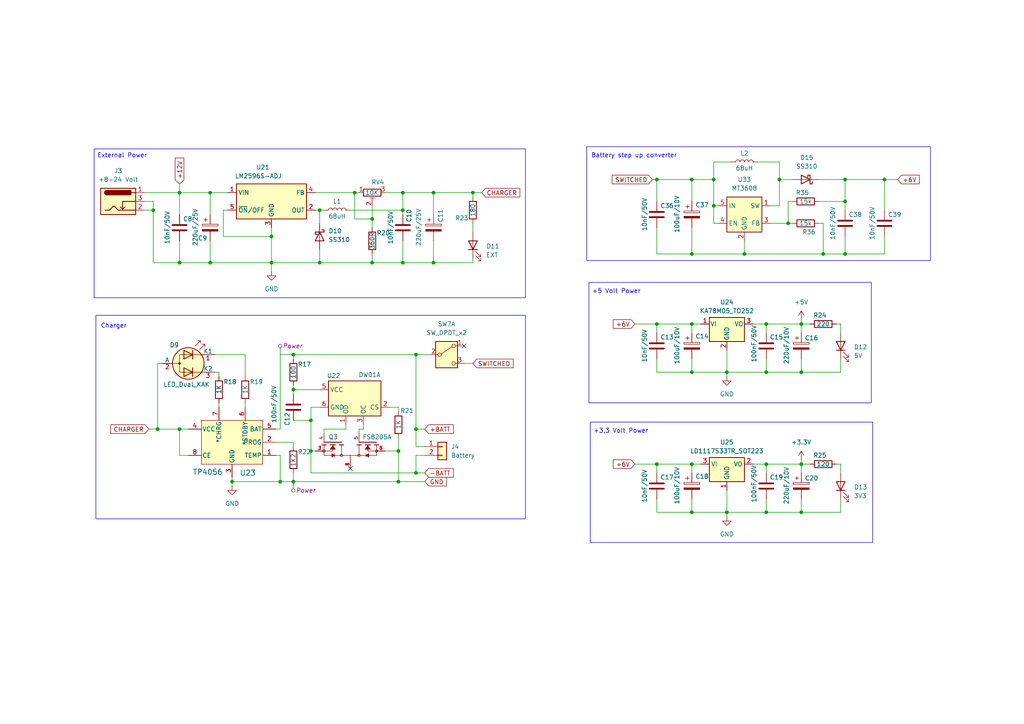
<source format=kicad_sch>
(kicad_sch (version 20231120) (generator "eeschema") (generator_version "8.0")
  (paper "A4")
  (title_block (title "DigiSlate+") (date "2024-09-05") (rev "1.1"))
  (lib_symbols
    (symbol "Battery_Management:DW01A"
      (property "Reference" "U" (at -6.604 6.35 0))
      (property "Value" "DW01A" (at 4.318 6.604 0))
      (symbol "DW01A_0_1"
        (pin output line (at -2.54 -7.62 90) (length 2.54) (name "OD") (number "1"))
        (pin input line (at 10.16 -2.54 180) (length 2.54) (name "CS") (number "2"))
        (pin output line (at 2.54 -7.62 90) (length 2.54) (name "OC") (number "3"))
        (pin power_in line (at -10.16 2.54 0) (length 2.54) (name "VCC") (number "5"))
        (pin power_in line (at -10.16 -2.54 0) (length 2.54) (name "GND") (number "6"))
      )
      (symbol "DW01A_1_1"
        (rectangle (start -7.62 5.08) (end 7.62 -5.08) (stroke (width 0.254)) (fill (type background)))
        (pin no_connect line (at 10.16 2.54 180) (length 2.54) hide (name "TD") (number "4"))
      )
    )
    (symbol "Connector:Barrel_Jack_Switch" (pin_names hide)
      (property "Reference" "J" (at 0 5.334 0))
      (property "Value" "Barrel_Jack_Switch" (at 0 -5.08 0))
      (symbol "Barrel_Jack_Switch_0_1"
        (rectangle (start -5.08 3.81) (end 5.08 -3.81) (stroke (width 0.254)) (fill (type background)))
        (arc (start -3.302 3.175) (mid -3.9343 2.54) (end -3.302 1.905) (stroke (width 0.254)))
        (arc (start -3.302 3.175) (mid -3.9343 2.54) (end -3.302 1.905) (stroke (width 0.254)) (fill (type outline)))
        (polyline (pts (xy 1.27 -2.286) (xy 1.905 -1.651)) (stroke (width 0.254)))
        (polyline (pts (xy 5.08 2.54) (xy 3.81 2.54)) (stroke (width 0.254)))
        (polyline (pts (xy 5.08 0) (xy 1.27 0) (xy 1.27 -2.286) (xy 0.635 -1.651)) (stroke (width 0.254)))
        (polyline (pts (xy -3.81 -2.54) (xy -2.54 -2.54) (xy -1.27 -1.27) (xy 0 -2.54) (xy 2.54 -2.54) (xy 5.08 -2.54)) (stroke (width 0.254)))
        (rectangle (start 3.683 3.175) (end -3.302 1.905) (stroke (width 0.254)) (fill (type outline)))
      )
      (symbol "Barrel_Jack_Switch_1_1"
        (pin passive line (at 7.62 2.54 180) (length 2.54) (name "~") (number "1"))
        (pin passive line (at 7.62 -2.54 180) (length 2.54) (name "~") (number "2"))
        (pin passive line (at 7.62 0 180) (length 2.54) (name "~") (number "3"))
      )
    )
    (symbol "Connector_Generic:Conn_01x02" (pin_names (offset 1.016) hide)
      (property "Reference" "J" (at 0 2.54 0))
      (property "Value" "Conn_01x02" (at 0 -5.08 0))
      (symbol "Conn_01x02_1_1"
        (rectangle (start -1.27 -2.413) (end 0 -2.667) (stroke (width 0.1524)))
        (rectangle (start -1.27 0.127) (end 0 -0.127) (stroke (width 0.1524)))
        (rectangle (start -1.27 1.27) (end 1.27 -3.81) (stroke (width 0.254)) (fill (type background)))
        (pin passive line (at -5.08 0 0) (length 3.81) (name "Pin_1") (number "1"))
        (pin passive line (at -5.08 -2.54 0) (length 3.81) (name "Pin_2") (number "2"))
      )
    )
    (symbol "Device:C" (pin_numbers hide) (pin_names (offset 0.254))
      (property "Reference" "C" (at 0.635 2.54 0))
      (property "Value" "C" (at 0.635 -2.54 0))
      (symbol "C_0_1"
        (polyline (pts (xy -2.032 -0.762) (xy 2.032 -0.762)) (stroke (width 0.508)))
        (polyline (pts (xy -2.032 0.762) (xy 2.032 0.762)) (stroke (width 0.508)))
      )
      (symbol "C_1_1"
        (pin passive line (at 0 3.81 270) (length 2.794) (name "~") (number "1"))
        (pin passive line (at 0 -3.81 90) (length 2.794) (name "~") (number "2"))
      )
    )
    (symbol "Device:C_Polarized" (pin_numbers hide) (pin_names (offset 0.254))
      (property "Reference" "C" (at 0.635 2.54 0))
      (property "Value" "C_Polarized" (at 0.635 -2.54 0))
      (symbol "C_Polarized_0_1"
        (rectangle (start -2.286 0.508) (end 2.286 1.016))
        (polyline (pts (xy -1.778 2.286) (xy -0.762 2.286)))
        (polyline (pts (xy -1.27 2.794) (xy -1.27 1.778)))
        (rectangle (start 2.286 -0.508) (end -2.286 -1.016) (fill (type outline)))
      )
      (symbol "C_Polarized_1_1"
        (pin passive line (at 0 3.81 270) (length 2.794) (name "~") (number "1"))
        (pin passive line (at 0 -3.81 90) (length 2.794) (name "~") (number "2"))
      )
    )
    (symbol "Device:L" (pin_numbers hide) (pin_names (offset 1.016) hide)
      (property "Reference" "L" (at -1.27 0 90))
      (property "Value" "L" (at 1.905 0 90))
      (symbol "L_0_1"
        (arc (start 0 -2.54) (mid 0.6323 -1.905) (end 0 -1.27))
        (arc (start 0 -1.27) (mid 0.6323 -0.635) (end 0 0))
        (arc (start 0 0) (mid 0.6323 0.635) (end 0 1.27))
        (arc (start 0 1.27) (mid 0.6323 1.905) (end 0 2.54))
      )
      (symbol "L_1_1"
        (pin passive line (at 0 3.81 270) (length 1.27) (name "1") (number "1"))
        (pin passive line (at 0 -3.81 90) (length 1.27) (name "2") (number "2"))
      )
    )
    (symbol "Device:LED" (pin_numbers hide) (pin_names (offset 1.016) hide)
      (property "Reference" "D" (at 0 2.54 0))
      (property "Value" "LED" (at 0 -2.54 0))
      (symbol "LED_0_1"
        (polyline (pts (xy -1.27 -1.27) (xy -1.27 1.27)) (stroke (width 0.254)))
        (polyline (pts (xy -1.27 0) (xy 1.27 0)))
        (polyline (pts (xy 1.27 -1.27) (xy 1.27 1.27) (xy -1.27 0) (xy 1.27 -1.27)) (stroke (width 0.254)))
        (polyline (pts (xy -3.048 -0.762) (xy -4.572 -2.286) (xy -3.81 -2.286) (xy -4.572 -2.286) (xy -4.572 -1.524)))
        (polyline (pts (xy -1.778 -0.762) (xy -3.302 -2.286) (xy -2.54 -2.286) (xy -3.302 -2.286) (xy -3.302 -1.524)))
      )
      (symbol "LED_1_1"
        (pin passive line (at -3.81 0 0) (length 2.54) (name "K") (number "1"))
        (pin passive line (at 3.81 0 180) (length 2.54) (name "A") (number "2"))
      )
    )
    (symbol "Device:LED_Dual_KAK" (pin_names (offset 0))
      (property "Reference" "D" (at 0 5.715 0))
      (property "Value" "LED_Dual_KAK" (at 0 -6.35 0))
      (symbol "LED_Dual_KAK_0_1"
        (circle (center -2.54 0) (radius 0.2794) (fill (type outline)))
        (polyline (pts (xy -4.572 0) (xy -2.54 0)))
        (polyline (pts (xy 1.27 -1.27) (xy 1.27 -3.81)) (stroke (width 0.254)))
        (polyline (pts (xy 1.27 3.81) (xy 1.27 1.27)) (stroke (width 0.254)))
        (polyline (pts (xy 3.81 -2.54) (xy 1.905 -2.54)))
        (polyline (pts (xy 3.81 2.54) (xy 1.905 2.54)))
        (polyline (pts (xy -1.27 -1.27) (xy -1.27 -3.81) (xy 1.27 -2.54) (xy -1.27 -1.27)) (stroke (width 0.254)))
        (polyline (pts (xy -1.27 3.81) (xy -1.27 1.27) (xy 1.27 2.54) (xy -1.27 3.81)) (stroke (width 0.254)))
        (polyline (pts (xy 2.032 2.54) (xy -2.54 2.54) (xy -2.54 -2.54) (xy 2.032 -2.54)))
        (polyline (pts (xy 2.032 5.08) (xy 3.556 6.604) (xy 2.794 6.604) (xy 3.556 6.604) (xy 3.556 5.842)))
        (polyline (pts (xy 3.302 4.064) (xy 4.826 5.588) (xy 4.064 5.588) (xy 4.826 5.588) (xy 4.826 4.826)))
        (circle (center 0 0) (radius 4.572) (stroke (width 0.254)) (fill (type background)))
      )
      (symbol "LED_Dual_KAK_1_1"
        (pin input line (at 7.62 2.54 180) (length 3.81) (name "K1") (number "1"))
        (pin input line (at -7.62 0 0) (length 3.048) (name "A") (number "2"))
        (pin input line (at 7.62 -2.54 180) (length 3.81) (name "K2") (number "3"))
      )
    )
    (symbol "Device:R" (pin_numbers hide) (pin_names (offset 0))
      (property "Reference" "R" (at 2.032 0 90))
      (property "Value" "R" (at 0 0 90))
      (symbol "R_0_1"
        (rectangle (start -1.016 -2.54) (end 1.016 2.54) (stroke (width 0.254)))
      )
      (symbol "R_1_1"
        (pin passive line (at 0 3.81 270) (length 1.27) (name "~") (number "1"))
        (pin passive line (at 0 -3.81 90) (length 1.27) (name "~") (number "2"))
      )
    )
    (symbol "Device:R_Potentiometer_Trim" (pin_names (offset 1.016) hide)
      (property "Reference" "RV" (at -4.445 0 90))
      (property "Value" "R_Potentiometer_Trim" (at -2.54 0 90))
      (symbol "R_Potentiometer_Trim_0_1"
        (polyline (pts (xy 1.524 0.762) (xy 1.524 -0.762)))
        (polyline (pts (xy 2.54 0) (xy 1.524 0)))
        (rectangle (start 1.016 2.54) (end -1.016 -2.54) (stroke (width 0.254)))
      )
      (symbol "R_Potentiometer_Trim_1_1"
        (pin passive line (at 0 3.81 270) (length 1.27) (name "1") (number "1"))
        (pin passive line (at 3.81 0 180) (length 1.27) (name "2") (number "2"))
        (pin passive line (at 0 -3.81 90) (length 1.27) (name "3") (number "3"))
      )
    )
    (symbol "Diode:SS310" (pin_numbers hide) (pin_names (offset 1.016) hide)
      (property "Reference" "D" (at 0 2.54 0))
      (property "Value" "SS310" (at 0 -2.54 0))
      (symbol "SS310_0_1"
        (polyline (pts (xy 1.27 0) (xy -1.27 0)))
        (polyline (pts (xy 1.27 1.27) (xy 1.27 -1.27) (xy -1.27 0) (xy 1.27 1.27)) (stroke (width 0.254)))
        (polyline (pts (xy -1.905 0.635) (xy -1.905 1.27) (xy -1.27 1.27) (xy -1.27 -1.27) (xy -0.635 -1.27) (xy -0.635 -0.635)) (stroke (width 0.254)))
      )
      (symbol "SS310_1_1"
        (pin passive line (at -3.81 0 0) (length 2.54) (name "K") (number "1"))
        (pin passive line (at 3.81 0 180) (length 2.54) (name "A") (number "2"))
      )
    )
    (symbol "FS8205A:FS8205A" (pin_names (offset 1.016))
      (property "Reference" "Q" (at -11.43 7.62 0))
      (property "Value" "FS8205A" (at -11.43 -12.7 0))
      (symbol "FS8205A_0_0"
        (circle (center 0 -7.62) (radius 0.3592))
        (polyline (pts (xy -2.54 -2.54) (xy -2.54 -7.62)) (stroke (width 0.254)))
        (polyline (pts (xy -2.54 7.62) (xy -2.54 2.54)) (stroke (width 0.254)))
        (polyline (pts (xy -1.778 -7.62) (xy -1.778 -8.255)) (stroke (width 0.254)))
        (polyline (pts (xy -1.778 -6.985) (xy -1.778 -7.62)) (stroke (width 0.254)))
        (polyline (pts (xy -1.778 -5.08) (xy -1.778 -5.842)) (stroke (width 0.254)))
        (polyline (pts (xy -1.778 -5.08) (xy 0 -5.08)) (stroke (width 0.1524)))
        (polyline (pts (xy -1.778 -4.318) (xy -1.778 -5.08)) (stroke (width 0.254)))
        (polyline (pts (xy -1.778 -2.54) (xy -1.778 -3.175)) (stroke (width 0.254)))
        (polyline (pts (xy -1.778 -2.54) (xy 1.27 -2.54)) (stroke (width 0.1524)))
        (polyline (pts (xy -1.778 -1.905) (xy -1.778 -2.54)) (stroke (width 0.254)))
        (polyline (pts (xy -1.778 2.54) (xy -1.778 1.905)) (stroke (width 0.254)))
        (polyline (pts (xy -1.778 3.175) (xy -1.778 2.54)) (stroke (width 0.254)))
        (polyline (pts (xy -1.778 5.08) (xy -1.778 4.318)) (stroke (width 0.254)))
        (polyline (pts (xy -1.778 5.08) (xy 0 5.08)) (stroke (width 0.1524)))
        (polyline (pts (xy -1.778 5.842) (xy -1.778 5.08)) (stroke (width 0.254)))
        (polyline (pts (xy -1.778 7.62) (xy -1.778 6.985)) (stroke (width 0.254)))
        (polyline (pts (xy -1.778 7.62) (xy 1.27 7.62)) (stroke (width 0.1524)))
        (polyline (pts (xy -1.778 8.255) (xy -1.778 7.62)) (stroke (width 0.254)))
        (polyline (pts (xy 0 -7.62) (xy -1.778 -7.62)) (stroke (width 0.1524)))
        (polyline (pts (xy 0 -7.62) (xy 1.27 -7.62)) (stroke (width 0.1524)))
        (polyline (pts (xy 0 -5.08) (xy 0 -7.62)) (stroke (width 0.1524)))
        (polyline (pts (xy 0 7.62) (xy 0 5.08)) (stroke (width 0.1524)))
        (polyline (pts (xy 0.762 4.572) (xy 1.27 4.572)) (stroke (width 0.1524)))
        (polyline (pts (xy 1.27 -4.572) (xy 0.762 -4.572)) (stroke (width 0.1524)))
        (polyline (pts (xy 1.27 -4.572) (xy 1.27 -7.62)) (stroke (width 0.1524)))
        (polyline (pts (xy 1.27 -2.54) (xy 1.27 -4.572)) (stroke (width 0.1524)))
        (polyline (pts (xy 1.27 -2.54) (xy 1.27 0)) (stroke (width 0.1524)))
        (polyline (pts (xy 1.27 0) (xy 1.27 2.54)) (stroke (width 0.1524)))
        (polyline (pts (xy 1.27 0) (xy 2.54 0)) (stroke (width 0.1524)))
        (polyline (pts (xy 1.27 2.54) (xy -1.778 2.54)) (stroke (width 0.1524)))
        (polyline (pts (xy 1.27 2.54) (xy 1.27 4.572)) (stroke (width 0.1524)))
        (polyline (pts (xy 1.27 4.572) (xy 1.27 7.62)) (stroke (width 0.1524)))
        (polyline (pts (xy 1.27 4.572) (xy 1.778 4.572)) (stroke (width 0.1524)))
        (polyline (pts (xy 1.778 -4.572) (xy 1.27 -4.572)) (stroke (width 0.1524)))
        (polyline (pts (xy -1.524 -5.08) (xy -0.508 -4.318) (xy -0.508 -5.842) (xy -1.524 -5.08)) (stroke (width 0.1524)) (fill (type outline)))
        (polyline (pts (xy -1.524 5.08) (xy -0.508 5.842) (xy -0.508 4.318) (xy -1.524 5.08)) (stroke (width 0.1524)) (fill (type outline)))
        (polyline (pts (xy 1.27 -4.572) (xy 0.762 -5.334) (xy 1.778 -5.334) (xy 1.27 -4.572)) (stroke (width 0.1524)) (fill (type outline)))
        (polyline (pts (xy 1.27 4.572) (xy 1.778 5.334) (xy 0.762 5.334) (xy 1.27 4.572)) (stroke (width 0.1524)) (fill (type outline)))
        (circle (center 0 7.62) (radius 0.3592))
        (circle (center 1.27 -2.54) (radius 0.3592))
        (circle (center 1.27 2.54) (radius 0.3592))
        (pin passive line (at 5.08 0 180) (length 2.54) (name "~") (number "1"))
        (pin passive line (at 0 -10.16 90) (length 2.54) (name "~") (number "2"))
        (pin passive line (at 0 -10.16 90) (length 2.54) (name "~") (number "3"))
        (pin passive line (at -5.08 -7.62 0) (length 2.54) (name "~") (number "4"))
        (pin passive line (at -5.08 2.54 0) (length 2.54) (name "~") (number "5"))
        (pin passive line (at 0 10.16 270) (length 2.54) (name "~") (number "6"))
        (pin passive line (at 0 10.16 270) (length 2.54) (name "~") (number "7"))
        (pin passive line (at 5.08 0 180) (length 2.54) (name "~") (number "8"))
      )
    )
    (symbol "Regulator_Linear:KA78M05_TO252" (pin_names (offset 0.254))
      (property "Reference" "U" (at -3.81 3.175 0))
      (property "Value" "KA78M05_TO252" (at 0 3.175 0))
      (symbol "KA78M05_TO252_0_1"
        (rectangle (start -5.08 1.905) (end 5.08 -5.08) (stroke (width 0.254)) (fill (type background)))
      )
      (symbol "KA78M05_TO252_1_1"
        (pin power_in line (at -7.62 0 0) (length 2.54) (name "VI") (number "1"))
        (pin power_in line (at 0 -7.62 90) (length 2.54) (name "GND") (number "2"))
        (pin power_out line (at 7.62 0 180) (length 2.54) (name "VO") (number "3"))
      )
    )
    (symbol "Regulator_Linear:LD1117S33TR_SOT223"
      (property "Reference" "U" (at -3.81 3.175 0))
      (property "Value" "LD1117S33TR_SOT223" (at 0 3.175 0))
      (symbol "LD1117S33TR_SOT223_0_1"
        (rectangle (start -5.08 -5.08) (end 5.08 1.905) (stroke (width 0.254)) (fill (type background)))
      )
      (symbol "LD1117S33TR_SOT223_1_1"
        (pin power_in line (at 0 -7.62 90) (length 2.54) (name "GND") (number "1"))
        (pin power_out line (at 7.62 0 180) (length 2.54) (name "VO") (number "2"))
        (pin power_in line (at -7.62 0 0) (length 2.54) (name "VI") (number "3"))
      )
    )
    (symbol "Regulator_Switching:LM2596S-ADJ"
      (property "Reference" "U" (at -10.16 6.35 0))
      (property "Value" "LM2596S-ADJ" (at 0 6.35 0))
      (symbol "LM2596S-ADJ_0_1"
        (rectangle (start -10.16 5.08) (end 10.16 -5.08) (stroke (width 0.254)) (fill (type background)))
      )
      (symbol "LM2596S-ADJ_1_1"
        (pin power_in line (at -12.7 2.54 0) (length 2.54) (name "VIN") (number "1"))
        (pin output line (at 12.7 -2.54 180) (length 2.54) (name "OUT") (number "2"))
        (pin power_in line (at 0 -7.62 90) (length 2.54) (name "GND") (number "3"))
        (pin input line (at 12.7 2.54 180) (length 2.54) (name "FB") (number "4"))
        (pin input line (at -12.7 -2.54 0) (length 2.54) (name "~{ON}/OFF") (number "5"))
      )
    )
    (symbol "Regulator_Switching:MT3608"
      (property "Reference" "U" (at -2.54 8.89 0))
      (property "Value" "MT3608" (at -3.81 6.35 0))
      (symbol "MT3608_0_1"
        (rectangle (start -5.08 5.08) (end 5.08 -5.08) (stroke (width 0.254)) (fill (type background)))
      )
      (symbol "MT3608_1_1"
        (pin passive line (at 7.62 2.54 180) (length 2.54) (name "SW") (number "1"))
        (pin power_in line (at 0 -7.62 90) (length 2.54) (name "GND") (number "2"))
        (pin input line (at 7.62 -2.54 180) (length 2.54) (name "FB") (number "3"))
        (pin input line (at -7.62 -2.54 0) (length 2.54) (name "EN") (number "4"))
        (pin power_in line (at -7.62 2.54 0) (length 2.54) (name "IN") (number "5"))
        (pin no_connect line (at 5.08 0 180) (length 2.54) hide (name "NC") (number "6"))
      )
    )
    (symbol "Switch:SW_DPDT_x2" (pin_names (offset 0) hide)
      (property "Reference" "SW" (at 0 5.08 0))
      (property "Value" "SW_DPDT_x2" (at 0 -5.08 0))
      (symbol "SW_DPDT_x2_0_0"
        (circle (center -2.032 0) (radius 0.508))
        (circle (center 2.032 -2.54) (radius 0.508))
      )
      (symbol "SW_DPDT_x2_0_1"
        (rectangle (start -3.175 3.81) (end 3.175 -3.81) (stroke (width 0.254)) (fill (type background)))
        (polyline (pts (xy -1.524 0.254) (xy 1.5748 2.286)))
        (circle (center 2.032 2.54) (radius 0.508))
      )
      (symbol "SW_DPDT_x2_1_1"
        (pin passive line (at 5.08 2.54 180) (length 2.54) (name "A") (number "1"))
        (pin passive line (at -5.08 0 0) (length 2.54) (name "B") (number "2"))
        (pin passive line (at 5.08 -2.54 180) (length 2.54) (name "C") (number "3"))
      )
      (symbol "SW_DPDT_x2_2_1"
        (pin passive line (at 5.08 2.54 180) (length 2.54) (name "A") (number "4"))
        (pin passive line (at -5.08 0 0) (length 2.54) (name "B") (number "5"))
        (pin passive line (at 5.08 -2.54 180) (length 2.54) (name "C") (number "6"))
      )
    )
    (symbol "TP4056:TP4056-42-ESOP8" (pin_names (offset 0.254))
      (property "Reference" "U" (at 22.86 10.16 0))
      (property "Value" "TP4056-42-ESOP8" (at 4.826 8.128 0))
      (symbol "TP4056-42-ESOP8_1_1"
        (rectangle (start 13.97 6.35) (end 31.75 -6.35) (fill (type background)))
        (pin unspecified line (at 35.56 -3.81 180) (length 3.81) (name "TEMP") (number "1"))
        (pin unspecified line (at 35.56 0 180) (length 3.81) (name "PROG") (number "2"))
        (pin power_out line (at 22.86 -10.16 90) (length 3.81) (name "GND") (number "3"))
        (pin power_in line (at 10.16 3.81 0) (length 3.81) (name "VCC") (number "4"))
        (pin unspecified line (at 35.56 3.81 180) (length 3.81) (name "BAT") (number "5"))
        (pin unspecified line (at 26.67 10.16 270) (length 3.81) (name "*STDBY") (number "6"))
        (pin unspecified line (at 19.05 10.16 270) (length 3.81) (name "*CHRG") (number "7"))
        (pin unspecified line (at 10.16 -3.81 0) (length 3.81) (name "CE") (number "8"))
      )
    )
    (symbol "power:+5V" (power) (pin_numbers hide) (pin_names (offset 0) hide)
      (property "Value" "+5V" (at 0 3.556 0))
      (symbol "+5V_0_1"
        (polyline (pts (xy -0.762 1.27) (xy 0 2.54)))
        (polyline (pts (xy 0 0) (xy 0 2.54)))
        (polyline (pts (xy 0 2.54) (xy 0.762 1.27)))
      )
      (symbol "+5V_1_1"
        (pin power_in line (at 0 0 90) (length 0) (name "~") (number "1"))
      )
    )
    (symbol "power:GND" (power) (pin_numbers hide) (pin_names (offset 0) hide)
      (property "Value" "GND" (at 0 -3.81 0))
      (symbol "GND_0_1"
        (polyline (pts (xy 0 0) (xy 0 -1.27) (xy 1.27 -1.27) (xy 0 -2.54) (xy -1.27 -1.27) (xy 0 -1.27)))
      )
      (symbol "GND_1_1"
        (pin power_in line (at 0 0 270) (length 0) (name "~") (number "1"))
      )
    )
  )
  (junction (at 222.25 93.98))
  (junction (at 107.95 63.5))
  (junction (at 52.07 76.2))
  (junction (at 60.96 55.88))
  (junction (at 200.66 148.59))
  (junction (at 85.09 102.87))
  (junction (at 232.41 148.59))
  (junction (at 238.76 73.66))
  (junction (at 116.84 55.88))
  (junction (at 232.41 134.62))
  (junction (at 190.5 52.07))
  (junction (at 222.25 148.59))
  (junction (at 200.66 93.98))
  (junction (at 222.25 107.95))
  (junction (at 102.87 55.88))
  (junction (at 245.11 52.07))
  (junction (at 78.74 76.2))
  (junction (at 245.11 73.66))
  (junction (at 222.25 134.62))
  (junction (at 44.45 60.96))
  (junction (at 90.17 130.81))
  (junction (at 200.66 73.66))
  (junction (at 52.07 55.88))
  (junction (at 67.31 139.7))
  (junction (at 210.82 107.95))
  (junction (at 85.09 113.03))
  (junction (at 90.17 121.92))
  (junction (at 137.16 55.88))
  (junction (at 190.5 134.62))
  (junction (at 200.66 52.07))
  (junction (at 81.28 139.7))
  (junction (at 92.71 76.2))
  (junction (at 115.57 139.7))
  (junction (at 215.9 73.66))
  (junction (at 207.01 59.69))
  (junction (at 256.54 52.07))
  (junction (at 120.65 124.46))
  (junction (at 210.82 148.59))
  (junction (at 190.5 93.98))
  (junction (at 115.57 130.81))
  (junction (at 200.66 107.95))
  (junction (at 45.72 124.46))
  (junction (at 125.73 76.2))
  (junction (at 116.84 76.2))
  (junction (at 245.11 58.42))
  (junction (at 52.07 124.46))
  (junction (at 232.41 93.98))
  (junction (at 120.65 102.87))
  (junction (at 120.65 137.16))
  (junction (at 85.09 139.7))
  (junction (at 226.06 52.07))
  (junction (at 125.73 55.88))
  (junction (at 207.01 52.07))
  (junction (at 200.66 134.62))
  (junction (at 232.41 107.95))
  (junction (at 107.95 76.2))
  (junction (at 92.71 60.96))
  (junction (at 78.74 68.58))
  (junction (at 116.84 60.96))
  (junction (at 60.96 76.2))
  (junction (at 228.6 64.77))
  (no_connect (at 134.62 100.33))
  (no_connect (at 101.6 135.89))
  (wire (pts (xy 66.04 60.96) (xy 64.77 60.96)))
  (wire (pts (xy 63.5 116.84) (xy 63.5 118.11)))
  (wire (pts (xy 115.57 130.81) (xy 115.57 139.7)))
  (wire (pts (xy 200.66 148.59) (xy 210.82 148.59)))
  (wire (pts (xy 123.19 137.16) (xy 120.65 137.16)))
  (wire (pts (xy 190.5 52.07) (xy 190.5 58.42)))
  (wire (pts (xy 238.76 64.77) (xy 238.76 73.66)))
  (wire (pts (xy 81.28 139.7) (xy 85.09 139.7)))
  (wire (pts (xy 228.6 64.77) (xy 229.87 64.77)))
  (wire (pts (xy 67.31 139.7) (xy 67.31 140.97)))
  (wire (pts (xy 107.95 76.2) (xy 116.84 76.2)))
  (wire (pts (xy 190.5 104.14) (xy 190.5 107.95)))
  (wire (pts (xy 123.19 129.54) (xy 120.65 129.54)))
  (wire (pts (xy 137.16 105.41) (xy 134.62 105.41)))
  (wire (pts (xy 105.41 124.46) (xy 104.14 124.46)))
  (wire (pts (xy 116.84 60.96) (xy 116.84 55.88)))
  (wire (pts (xy 92.71 64.77) (xy 92.71 60.96)))
  (wire (pts (xy 232.41 107.95) (xy 222.25 107.95)))
  (wire (pts (xy 90.17 121.92) (xy 90.17 130.81)))
  (wire (pts (xy 102.87 55.88) (xy 104.14 55.88)))
  (wire (pts (xy 256.54 68.58) (xy 256.54 73.66)))
  (wire (pts (xy 107.95 73.66) (xy 107.95 76.2)))
  (wire (pts (xy 93.98 124.46) (xy 93.98 125.73)))
  (wire (pts (xy 215.9 73.66) (xy 215.9 69.85)))
  (wire (pts (xy 52.07 69.85) (xy 52.07 76.2)))
  (wire (pts (xy 222.25 93.98) (xy 222.25 96.52)))
  (wire (pts (xy 52.07 124.46) (xy 52.07 132.08)))
  (wire (pts (xy 232.41 144.78) (xy 232.41 148.59)))
  (wire (pts (xy 85.09 102.87) (xy 85.09 104.14)))
  (wire (pts (xy 222.25 144.78) (xy 222.25 148.59)))
  (wire (pts (xy 91.44 55.88) (xy 102.87 55.88)))
  (wire (pts (xy 222.25 148.59) (xy 210.82 148.59)))
  (wire (pts (xy 107.95 59.69) (xy 107.95 63.5)))
  (wire (pts (xy 256.54 73.66) (xy 245.11 73.66)))
  (wire (pts (xy 243.84 104.14) (xy 243.84 107.95)))
  (wire (pts (xy 115.57 127) (xy 115.57 130.81)))
  (wire (pts (xy 120.65 102.87) (xy 120.65 124.46)))
  (wire (pts (xy 78.74 68.58) (xy 78.74 66.04)))
  (wire (pts (xy 190.5 93.98) (xy 190.5 96.52)))
  (wire (pts (xy 245.11 52.07) (xy 245.11 58.42)))
  (wire (pts (xy 92.71 60.96) (xy 91.44 60.96)))
  (wire (pts (xy 137.16 55.88) (xy 139.7 55.88)))
  (wire (pts (xy 200.66 144.78) (xy 200.66 148.59)))
  (wire (pts (xy 200.66 104.14) (xy 200.66 107.95)))
  (wire (pts (xy 41.91 58.42) (xy 44.45 58.42)))
  (wire (pts (xy 85.09 128.27) (xy 80.01 128.27)))
  (wire (pts (xy 78.74 76.2) (xy 78.74 78.74)))
  (wire (pts (xy 223.52 64.77) (xy 228.6 64.77)))
  (wire (pts (xy 116.84 62.23) (xy 116.84 60.96)))
  (wire (pts (xy 111.76 55.88) (xy 116.84 55.88)))
  (wire (pts (xy 200.66 52.07) (xy 207.01 52.07)))
  (wire (pts (xy 52.07 53.34) (xy 52.07 55.88)))
  (wire (pts (xy 125.73 55.88) (xy 137.16 55.88)))
  (wire (pts (xy 115.57 119.38) (xy 115.57 118.11)))
  (wire (pts (xy 207.01 59.69) (xy 207.01 64.77)))
  (wire (pts (xy 222.25 134.62) (xy 222.25 137.16)))
  (wire (pts (xy 85.09 139.7) (xy 115.57 139.7)))
  (wire (pts (xy 215.9 73.66) (xy 238.76 73.66)))
  (wire (pts (xy 92.71 76.2) (xy 92.71 72.39)))
  (wire (pts (xy 210.82 107.95) (xy 210.82 101.6)))
  (wire (pts (xy 200.66 107.95) (xy 210.82 107.95)))
  (wire (pts (xy 111.76 130.81) (xy 115.57 130.81)))
  (wire (pts (xy 200.66 66.04) (xy 200.66 73.66)))
  (wire (pts (xy 104.14 124.46) (xy 104.14 125.73)))
  (wire (pts (xy 60.96 69.85) (xy 60.96 76.2)))
  (wire (pts (xy 242.57 134.62) (xy 243.84 134.62)))
  (wire (pts (xy 226.06 46.99) (xy 226.06 52.07)))
  (wire (pts (xy 71.12 109.22) (xy 71.12 102.87)))
  (wire (pts (xy 232.41 133.35) (xy 232.41 134.62)))
  (wire (pts (xy 219.71 46.99) (xy 226.06 46.99)))
  (wire (pts (xy 120.65 129.54) (xy 120.65 124.46)))
  (wire (pts (xy 245.11 52.07) (xy 256.54 52.07)))
  (wire (pts (xy 41.91 55.88) (xy 52.07 55.88)))
  (wire (pts (xy 101.6 60.96) (xy 116.84 60.96)))
  (wire (pts (xy 232.41 93.98) (xy 222.25 93.98)))
  (wire (pts (xy 123.19 124.46) (xy 120.65 124.46)))
  (wire (pts (xy 45.72 124.46) (xy 52.07 124.46)))
  (wire (pts (xy 203.2 93.98) (xy 200.66 93.98)))
  (wire (pts (xy 45.72 105.41) (xy 45.72 124.46)))
  (wire (pts (xy 245.11 58.42) (xy 245.11 60.96)))
  (wire (pts (xy 90.17 118.11) (xy 92.71 118.11)))
  (wire (pts (xy 137.16 74.93) (xy 137.16 76.2)))
  (wire (pts (xy 232.41 148.59) (xy 222.25 148.59)))
  (wire (pts (xy 243.84 148.59) (xy 232.41 148.59)))
  (wire (pts (xy 78.74 76.2) (xy 92.71 76.2)))
  (wire (pts (xy 85.09 113.03) (xy 92.71 113.03)))
  (wire (pts (xy 60.96 76.2) (xy 78.74 76.2)))
  (wire (pts (xy 41.91 60.96) (xy 44.45 60.96)))
  (wire (pts (xy 210.82 107.95) (xy 210.82 109.22)))
  (wire (pts (xy 190.5 107.95) (xy 200.66 107.95)))
  (wire (pts (xy 137.16 55.88) (xy 137.16 57.15)))
  (wire (pts (xy 189.23 52.07) (xy 190.5 52.07)))
  (wire (pts (xy 207.01 46.99) (xy 207.01 52.07)))
  (wire (pts (xy 229.87 58.42) (xy 228.6 58.42)))
  (wire (pts (xy 115.57 118.11) (xy 113.03 118.11)))
  (wire (pts (xy 226.06 52.07) (xy 226.06 59.69)))
  (wire (pts (xy 125.73 76.2) (xy 116.84 76.2)))
  (wire (pts (xy 232.41 93.98) (xy 234.95 93.98)))
  (wire (pts (xy 137.16 64.77) (xy 137.16 67.31)))
  (wire (pts (xy 200.66 93.98) (xy 190.5 93.98)))
  (wire (pts (xy 105.41 123.19) (xy 105.41 124.46)))
  (wire (pts (xy 243.84 144.78) (xy 243.84 148.59)))
  (wire (pts (xy 125.73 55.88) (xy 116.84 55.88)))
  (wire (pts (xy 107.95 63.5) (xy 102.87 63.5)))
  (wire (pts (xy 232.41 96.52) (xy 232.41 93.98)))
  (wire (pts (xy 85.09 113.03) (xy 85.09 114.3)))
  (wire (pts (xy 81.28 124.46) (xy 80.01 124.46)))
  (wire (pts (xy 91.44 130.81) (xy 90.17 130.81)))
  (wire (pts (xy 200.66 134.62) (xy 200.66 137.16)))
  (wire (pts (xy 67.31 139.7) (xy 67.31 138.43)))
  (wire (pts (xy 243.84 93.98) (xy 243.84 96.52)))
  (wire (pts (xy 90.17 137.16) (xy 120.65 137.16)))
  (wire (pts (xy 125.73 62.23) (xy 125.73 55.88)))
  (wire (pts (xy 232.41 134.62) (xy 234.95 134.62)))
  (wire (pts (xy 63.5 107.95) (xy 62.23 107.95)))
  (wire (pts (xy 85.09 121.92) (xy 90.17 121.92)))
  (wire (pts (xy 200.66 52.07) (xy 200.66 58.42)))
  (wire (pts (xy 184.15 93.98) (xy 190.5 93.98)))
  (wire (pts (xy 52.07 76.2) (xy 60.96 76.2)))
  (wire (pts (xy 218.44 134.62) (xy 222.25 134.62)))
  (wire (pts (xy 64.77 68.58) (xy 78.74 68.58)))
  (wire (pts (xy 81.28 102.87) (xy 81.28 124.46)))
  (wire (pts (xy 85.09 102.87) (xy 120.65 102.87)))
  (wire (pts (xy 71.12 102.87) (xy 62.23 102.87)))
  (wire (pts (xy 85.09 102.87) (xy 81.28 102.87)))
  (wire (pts (xy 243.84 107.95) (xy 232.41 107.95)))
  (wire (pts (xy 229.87 52.07) (xy 226.06 52.07)))
  (wire (pts (xy 222.25 104.14) (xy 222.25 107.95)))
  (wire (pts (xy 123.19 132.08) (xy 120.65 132.08)))
  (wire (pts (xy 226.06 59.69) (xy 223.52 59.69)))
  (wire (pts (xy 60.96 55.88) (xy 66.04 55.88)))
  (wire (pts (xy 242.57 93.98) (xy 243.84 93.98)))
  (wire (pts (xy 200.66 93.98) (xy 200.66 96.52)))
  (wire (pts (xy 222.25 107.95) (xy 210.82 107.95)))
  (wire (pts (xy 190.5 144.78) (xy 190.5 148.59)))
  (wire (pts (xy 44.45 76.2) (xy 52.07 76.2)))
  (wire (pts (xy 92.71 60.96) (xy 93.98 60.96)))
  (wire (pts (xy 210.82 148.59) (xy 210.82 149.86)))
  (wire (pts (xy 207.01 52.07) (xy 207.01 59.69)))
  (wire (pts (xy 190.5 134.62) (xy 190.5 137.16)))
  (wire (pts (xy 81.28 139.7) (xy 67.31 139.7)))
  (wire (pts (xy 237.49 58.42) (xy 245.11 58.42)))
  (wire (pts (xy 232.41 104.14) (xy 232.41 107.95)))
  (wire (pts (xy 125.73 69.85) (xy 125.73 76.2)))
  (wire (pts (xy 81.28 132.08) (xy 81.28 139.7)))
  (wire (pts (xy 100.33 123.19) (xy 100.33 124.46)))
  (wire (pts (xy 64.77 60.96) (xy 64.77 68.58)))
  (wire (pts (xy 218.44 93.98) (xy 222.25 93.98)))
  (wire (pts (xy 85.09 137.16) (xy 85.09 139.7)))
  (wire (pts (xy 85.09 111.76) (xy 85.09 113.03)))
  (wire (pts (xy 85.09 129.54) (xy 85.09 128.27)))
  (wire (pts (xy 90.17 130.81) (xy 90.17 137.16)))
  (wire (pts (xy 63.5 109.22) (xy 63.5 107.95)))
  (wire (pts (xy 115.57 139.7) (xy 123.19 139.7)))
  (wire (pts (xy 120.65 132.08) (xy 120.65 137.16)))
  (wire (pts (xy 232.41 137.16) (xy 232.41 134.62)))
  (wire (pts (xy 124.46 102.87) (xy 120.65 102.87)))
  (wire (pts (xy 43.18 124.46) (xy 45.72 124.46)))
  (wire (pts (xy 52.07 55.88) (xy 52.07 62.23)))
  (wire (pts (xy 137.16 76.2) (xy 125.73 76.2)))
  (wire (pts (xy 184.15 134.62) (xy 190.5 134.62)))
  (wire (pts (xy 237.49 52.07) (xy 245.11 52.07)))
  (wire (pts (xy 232.41 92.71) (xy 232.41 93.98)))
  (wire (pts (xy 190.5 73.66) (xy 200.66 73.66)))
  (wire (pts (xy 212.09 46.99) (xy 207.01 46.99)))
  (wire (pts (xy 71.12 116.84) (xy 71.12 118.11)))
  (wire (pts (xy 200.66 73.66) (xy 215.9 73.66)))
  (wire (pts (xy 238.76 73.66) (xy 245.11 73.66)))
  (wire (pts (xy 78.74 68.58) (xy 78.74 76.2)))
  (wire (pts (xy 116.84 69.85) (xy 116.84 76.2)))
  (wire (pts (xy 203.2 134.62) (xy 200.66 134.62)))
  (wire (pts (xy 243.84 134.62) (xy 243.84 137.16)))
  (wire (pts (xy 256.54 52.07) (xy 260.35 52.07)))
  (wire (pts (xy 190.5 148.59) (xy 200.66 148.59)))
  (wire (pts (xy 52.07 132.08) (xy 54.61 132.08)))
  (wire (pts (xy 256.54 52.07) (xy 256.54 60.96)))
  (wire (pts (xy 200.66 134.62) (xy 190.5 134.62)))
  (wire (pts (xy 232.41 134.62) (xy 222.25 134.62)))
  (wire (pts (xy 210.82 148.59) (xy 210.82 142.24)))
  (wire (pts (xy 190.5 66.04) (xy 190.5 73.66)))
  (wire (pts (xy 60.96 55.88) (xy 52.07 55.88)))
  (wire (pts (xy 44.45 60.96) (xy 44.45 76.2)))
  (wire (pts (xy 100.33 124.46) (xy 93.98 124.46)))
  (wire (pts (xy 102.87 63.5) (xy 102.87 55.88)))
  (wire (pts (xy 208.28 59.69) (xy 207.01 59.69)))
  (wire (pts (xy 54.61 124.46) (xy 52.07 124.46)))
  (wire (pts (xy 44.45 58.42) (xy 44.45 60.96)))
  (wire (pts (xy 190.5 52.07) (xy 200.66 52.07)))
  (wire (pts (xy 107.95 63.5) (xy 107.95 66.04)))
  (wire (pts (xy 92.71 76.2) (xy 107.95 76.2)))
  (wire (pts (xy 90.17 118.11) (xy 90.17 121.92)))
  (wire (pts (xy 60.96 62.23) (xy 60.96 55.88)))
  (wire (pts (xy 237.49 64.77) (xy 238.76 64.77)))
  (wire (pts (xy 46.99 105.41) (xy 45.72 105.41)))
  (wire (pts (xy 228.6 58.42) (xy 228.6 64.77)))
  (wire (pts (xy 245.11 68.58) (xy 245.11 73.66)))
  (wire (pts (xy 80.01 132.08) (xy 81.28 132.08)))
  (wire (pts (xy 207.01 64.77) (xy 208.28 64.77)))
  (rectangle (start 170.18 42.545) (end 269.875 75.565))
  (rectangle (start 27.813 91.44) (end 152.4 150.495))
  (rectangle (start 27.305 43.18) (end 152.4 86.36))
  (rectangle (start 171.196 122.428) (end 253.111 157.353))
  (rectangle (start 170.815 81.915) (end 252.73 116.84))
  (text "+3,3 Volt Power" (at 172.085 125.095 0) (effects (font (size 1.27 1.27)) (justify left)))
  (text "+5 Volt Power" (at 171.704 84.582 0) (effects (font (size 1.27 1.27)) (justify left)))
  (text "Battery step up converter" (at 171.45 45.212 0) (effects (font (size 1.27 1.27)) (justify left)))
  (text "External Power" (at 28.194 45.212 0) (effects (font (size 1.27 1.27)) (justify left)))
  (text "Charger" (at 29.21 94.615 0) (effects (font (size 1.27 1.27)) (justify left)))
  (global_label "+BATT" (shape input) (at 123.19 124.46 0) (property "Intersheetrefs" "${INTERSHEET_REFS}" (effects (hide yes))))
  (global_label "+12V" (shape input) (at 52.07 53.34 90) (property "Intersheetrefs" "${INTERSHEET_REFS}" (effects (hide yes))))
  (global_label "SWITCHED" (shape input) (at 137.16 105.41 0) (property "Intersheetrefs" "${INTERSHEET_REFS}" (effects (hide yes))))
  (global_label "GND" (shape input) (at 123.19 139.7 0) (property "Intersheetrefs" "${INTERSHEET_REFS}" (effects (hide yes))))
  (global_label "CHARGER" (shape input) (at 43.18 124.46 180) (property "Intersheetrefs" "${INTERSHEET_REFS}" (effects (hide yes))))
  (global_label "+6V" (shape input) (at 184.15 134.62 180) (property "Intersheetrefs" "${INTERSHEET_REFS}" (effects (hide yes))))
  (global_label "+6V" (shape input) (at 260.35 52.07 0) (property "Intersheetrefs" "${INTERSHEET_REFS}" (effects (hide yes))))
  (global_label "-BATT" (shape input) (at 123.19 137.16 0) (property "Intersheetrefs" "${INTERSHEET_REFS}" (effects (hide yes))))
  (global_label "SWITCHED" (shape input) (at 189.23 52.07 180) (property "Intersheetrefs" "${INTERSHEET_REFS}" (effects (hide yes))))
  (global_label "+6V" (shape input) (at 184.15 93.98 180) (property "Intersheetrefs" "${INTERSHEET_REFS}" (effects (hide yes))))
  (global_label "CHARGER" (shape input) (at 139.7 55.88 0) (property "Intersheetrefs" "${INTERSHEET_REFS}" (effects (hide yes))))
  (netclass_flag "" (length 2.54) (shape round) (at 85.09 139.7 180) (property "Netclass" "Power" (at 85.7885 142.24 0) (effects (font (italic yes)) (justify left))))
  (netclass_flag "" (length 2.54) (shape round) (at 81.28 102.87 0) (property "Netclass" "Power" (at 81.9785 100.33 0) (effects (font (italic yes)) (justify left))))
  (symbol (lib_id "Device:C_Polarized") (at 200.66 100.33 0) (unit 1)
    (property "Reference" "C14" (at 201.676 97.536 0) (effects (justify left)))
    (property "Value" "100uF/10V" (at 196.342 105.664 90) (effects (justify left)))
    (property "Footprint" "Capacitor_Tantalum_SMD:CP_EIA-7343-31_Kemet-D_Pad2.25x2.55mm_HandSolder" (effects (hide yes)))
    (property "Description" "Polarized capacitor" (effects (hide yes)))
  )
  (symbol (lib_id "power:GND") (at 210.82 149.86 0) (unit 1)
    (property "Reference" "#PWR026" (effects (hide yes)))
    (property "Value" "GND" (at 210.82 154.94 0))
    (property "Description" "Power symbol creates a global label with name \"GND\" , ground" (effects (hide yes)))
  )
  (symbol (lib_id "Device:C") (at 245.11 64.77 0) (unit 1)
    (property "Reference" "C38" (at 246.126 62.23 0) (effects (justify left)))
    (property "Value" "10nF/50V" (at 241.554 69.596 90) (effects (justify left)))
    (property "Footprint" "Capacitor_SMD:C_1206_3216Metric_Pad1.33x1.80mm_HandSolder" (effects (hide yes)))
    (property "Description" "Unpolarized capacitor" (effects (hide yes)))
  )
  (symbol (lib_id "Device:C_Polarized") (at 232.41 100.33 0) (unit 1)
    (property "Reference" "C16" (at 233.426 98.044 0) (effects (justify left)))
    (property "Value" "220uF/10V" (at 228.092 105.664 90) (effects (justify left)))
    (property "Footprint" "Capacitor_Tantalum_SMD:CP_EIA-7343-31_Kemet-D_Pad2.25x2.55mm_HandSolder" (effects (hide yes)))
    (property "Description" "Polarized capacitor" (effects (hide yes)))
  )
  (symbol (lib_id "Device:C") (at 190.5 62.23 0) (unit 1)
    (property "Reference" "C36" (at 191.516 59.69 0) (effects (justify left)))
    (property "Value" "10nF/50V" (at 186.944 67.056 90) (effects (justify left)))
    (property "Footprint" "Capacitor_SMD:C_1206_3216Metric_Pad1.33x1.80mm_HandSolder" (effects (hide yes)))
    (property "Description" "Unpolarized capacitor" (effects (hide yes)))
  )
  (symbol (lib_id "Device:C") (at 256.54 64.77 0) (unit 1)
    (property "Reference" "C39" (at 257.556 62.23 0) (effects (justify left)))
    (property "Value" "10nF/50V" (at 252.984 69.596 90) (effects (justify left)))
    (property "Footprint" "Capacitor_SMD:C_0805_2012Metric_Pad1.18x1.45mm_HandSolder" (effects (hide yes)))
    (property "Description" "Unpolarized capacitor" (effects (hide yes)))
  )
  (symbol (lib_id "Regulator_Linear:KA78M05_TO252") (at 210.82 93.98 0) (unit 1)
    (property "Reference" "U24" (at 210.82 87.63 0))
    (property "Value" "KA78M05_TO252" (at 210.82 90.17 0))
    (property "Footprint" "Package_TO_SOT_SMD:TO-252-2" (effects (hide yes)))
    (property "Datasheet" "https://www.onsemi.com/pub/Collateral/MC78M00-D.PDF" (effects (hide yes)))
    (property "Description" "Positive 500mA 35V Linear Regulator, Fixed Output 5V, TO-252 (D-PAK)" (effects (hide yes)))
  )
  (symbol (lib_id "Device:R") (at 233.68 58.42 90) (unit 1)
    (property "Reference" "R35" (at 234.696 55.88 90) (effects (justify left)))
    (property "Value" "15k" (at 233.68 58.42 90))
    (property "Footprint" "Resistor_SMD:R_0805_2012Metric_Pad1.20x1.40mm_HandSolder" (effects (hide yes)))
    (property "Description" "Resistor" (effects (hide yes)))
  )
  (symbol (lib_id "Regulator_Switching:LM2596S-ADJ") (at 78.74 58.42 0) (unit 1)
    (property "Reference" "U21" (at 76.2 48.514 0))
    (property "Value" "LM2596S-ADJ" (at 74.93 51.054 0))
    (property "Footprint" "Package_TO_SOT_SMD:TO-263-5_TabPin3" (effects (hide yes)))
    (property "Datasheet" "http://www.ti.com/lit/ds/symlink/lm2596.pdf" (effects (hide yes)))
    (property "Description" "Adjustable 3A Step-Down Voltage Regulator, TO-263" (effects (hide yes)))
  )
  (symbol (lib_id "Connector:Barrel_Jack_Switch") (at 34.29 58.42 0) (unit 1)
    (property "Reference" "J3" (at 34.29 49.53 0))
    (property "Value" "+8-24 Volt" (at 34.29 52.07 0))
    (property "Footprint" "barrel jack:DC_Power_Jack_PCB_Mounted_2.1mm" (effects (hide yes)))
    (property "Description" "DC Barrel Jack with an internal switch" (effects (hide yes)))
  )
  (symbol (lib_id "Device:LED") (at 243.84 100.33 90) (unit 1)
    (property "Reference" "D12" (at 247.65 100.6474 90) (effects (justify right)))
    (property "Value" "5V" (at 247.65 103.1874 90) (effects (justify right)))
    (property "Footprint" "LED_SMD:LED_0603_1608Metric" (effects (hide yes)))
    (property "Description" "Light emitting diode" (effects (hide yes)))
  )
  (symbol (lib_id "power:+5V") (at 232.41 133.35 0) (unit 1)
    (property "Reference" "#PWR024" (effects (hide yes)))
    (property "Value" "+3.3V" (at 232.41 128.27 0))
    (property "Description" "Power symbol creates a global label with name \"+5V\"" (effects (hide yes)))
  )
  (symbol (lib_id "Device:R_Potentiometer_Trim") (at 107.95 55.88 90) (mirror x) (unit 1)
    (property "Reference" "RV4" (at 107.696 52.832 90) (effects (justify right)))
    (property "Value" "10K" (at 105.918 55.88 90) (effects (justify right)))
    (property "Footprint" "Potentiometer_THT:Potentiometer_Bourns_3296W_Vertical" (effects (hide yes)))
    (property "Description" "Trim-potentiometer" (effects (hide yes)))
  )
  (symbol (lib_id "Device:C") (at 116.84 66.04 0) (unit 1)
    (property "Reference" "C10" (at 118.618 64.516 90) (effects (justify left)))
    (property "Value" "10nF/50V" (at 113.284 70.866 90) (effects (justify left)))
    (property "Footprint" "Capacitor_SMD:C_1206_3216Metric_Pad1.33x1.80mm_HandSolder" (effects (hide yes)))
    (property "Description" "Unpolarized capacitor" (effects (hide yes)))
  )
  (symbol (lib_id "Device:R") (at 85.09 133.35 0) (unit 1)
    (property "Reference" "R22" (at 86.36 131.064 0) (effects (justify left)))
    (property "Value" "1K2" (at 85.09 135.382 90) (effects (justify left)))
    (property "Footprint" "Resistor_SMD:R_0805_2012Metric_Pad1.20x1.40mm_HandSolder" (effects (hide yes)))
    (property "Description" "Resistor" (effects (hide yes)))
  )
  (symbol (lib_id "Device:LED_Dual_KAK") (at 54.61 105.41 0) (unit 1)
    (property "Reference" "D9" (at 50.546 100.076 0))
    (property "Value" "LED_Dual_KAK" (at 54.102 111.506 0))
    (property "Footprint" "LED_THT:LED_D3.0mm-3" (effects (hide yes)))
    (property "Description" "Dual LED, common anode on pin 2" (effects (hide yes)))
  )
  (symbol (lib_id "Regulator_Switching:MT3608") (at 215.9 62.23 0) (unit 1)
    (property "Reference" "U33" (at 215.9 52.07 0))
    (property "Value" "MT3608" (at 215.9 54.61 0))
    (property "Footprint" "Package_TO_SOT_SMD:SOT-23-6" (effects (hide yes)))
    (property "Datasheet" "https://www.olimex.com/Products/Breadboarding/BB-PWR-3608/resources/MT3608.pdf" (effects (hide yes)))
    (property "Description" "High Efficiency 1.2MHz 2A Step Up Converter, 2-24V Vin, 28V Vout, 4A current limit, 1.2MHz, SOT23-6" (effects (hide yes)))
  )
  (symbol (lib_id "Device:R") (at 233.68 64.77 270) (unit 1)
    (property "Reference" "R36" (at 232.664 67.31 90) (effects (justify left)))
    (property "Value" "15k" (at 233.68 64.77 90))
    (property "Footprint" "Resistor_SMD:R_0805_2012Metric_Pad1.20x1.40mm_HandSolder" (effects (hide yes)))
    (property "Description" "Resistor" (effects (hide yes)))
  )
  (symbol (lib_id "Device:LED") (at 137.16 71.12 90) (unit 1)
    (property "Reference" "D11" (at 140.97 71.4374 90) (effects (justify right)))
    (property "Value" "EXT" (at 140.97 73.9774 90) (effects (justify right)))
    (property "Footprint" "LED_THT:LED_D3.0mm" (effects (hide yes)))
    (property "Description" "Light emitting diode" (effects (hide yes)))
  )
  (symbol (lib_id "Device:R") (at 238.76 134.62 90) (unit 1)
    (property "Reference" "R25" (at 239.776 132.08 90) (effects (justify left)))
    (property "Value" "120" (at 238.76 134.62 90))
    (property "Footprint" "Resistor_SMD:R_0805_2012Metric_Pad1.20x1.40mm_HandSolder" (effects (hide yes)))
    (property "Description" "Resistor" (effects (hide yes)))
  )
  (symbol (lib_id "Device:C_Polarized") (at 125.73 66.04 0) (unit 1)
    (property "Reference" "C11" (at 127.762 64.516 90) (effects (justify left)))
    (property "Value" "220uF/25V" (at 121.412 71.374 90) (effects (justify left)))
    (property "Footprint" "Capacitor_Tantalum_SMD:CP_EIA-7343-31_Kemet-D_Pad2.25x2.55mm_HandSolder" (effects (hide yes)))
    (property "Description" "Polarized capacitor" (effects (hide yes)))
  )
  (symbol (lib_id "Device:C") (at 190.5 140.97 0) (unit 1)
    (property "Reference" "C17" (at 191.516 138.43 0) (effects (justify left)))
    (property "Value" "10nF/50V" (at 186.944 145.796 90) (effects (justify left)))
    (property "Footprint" "Capacitor_SMD:C_1206_3216Metric_Pad1.33x1.80mm_HandSolder" (effects (hide yes)))
    (property "Description" "Unpolarized capacitor" (effects (hide yes)))
  )
  (symbol (lib_id "power:GND") (at 78.74 78.74 0) (unit 1)
    (property "Reference" "#PWR021" (effects (hide yes)))
    (property "Value" "GND" (at 78.74 83.82 0))
    (property "Description" "Power symbol creates a global label with name \"GND\" , ground" (effects (hide yes)))
  )
  (symbol (lib_id "Device:LED") (at 243.84 140.97 90) (unit 1)
    (property "Reference" "D13" (at 247.65 141.2874 90) (effects (justify right)))
    (property "Value" "3V3" (at 247.65 143.8274 90) (effects (justify right)))
    (property "Footprint" "LED_SMD:LED_0603_1608Metric" (effects (hide yes)))
    (property "Description" "Light emitting diode" (effects (hide yes)))
  )
  (symbol (lib_id "Device:C_Polarized") (at 60.96 66.04 0) (unit 1)
    (property "Reference" "C9" (at 57.404 69.088 0) (effects (justify left)))
    (property "Value" "220uF/25V" (at 56.642 71.374 90) (effects (justify left)))
    (property "Footprint" "Capacitor_Tantalum_SMD:CP_EIA-7343-31_Kemet-D_Pad2.25x2.55mm_HandSolder" (effects (hide yes)))
    (property "Description" "Polarized capacitor" (effects (hide yes)))
  )
  (symbol (lib_id "Device:R") (at 85.09 107.95 0) (unit 1)
    (property "Reference" "R17" (at 86.36 105.664 0) (effects (justify left)))
    (property "Value" "100" (at 85.09 107.95 90))
    (property "Footprint" "Resistor_SMD:R_1206_3216Metric" (effects (hide yes)))
    (property "Description" "Resistor" (effects (hide yes)))
  )
  (symbol (lib_id "Device:R") (at 107.95 69.85 0) (unit 1)
    (property "Reference" "R20" (at 109.22 67.564 0) (effects (justify left)))
    (property "Value" "360R" (at 107.95 72.39 90) (effects (justify left)))
    (property "Footprint" "Resistor_SMD:R_1206_3216Metric" (effects (hide yes)))
    (property "Description" "Resistor" (effects (hide yes)))
  )
  (symbol (lib_id "Device:C_Polarized") (at 200.66 62.23 0) (unit 1)
    (property "Reference" "C37" (at 201.676 59.436 0) (effects (justify left)))
    (property "Value" "100uF/10V" (at 196.342 67.564 90) (effects (justify left)))
    (property "Footprint" "Capacitor_Tantalum_SMD:CP_EIA-7343-31_Kemet-D_Pad2.25x2.55mm_HandSolder" (effects (hide yes)))
    (property "Description" "Polarized capacitor" (effects (hide yes)))
  )
  (symbol (lib_id "Diode:SS310") (at 92.71 68.58 270) (unit 1)
    (property "Reference" "D10" (at 95.25 66.9924 90) (effects (justify left)))
    (property "Value" "SS310" (at 95.25 69.5324 90) (effects (justify left)))
    (property "Footprint" "Diode_SMD:D_SMA" (effects (hide yes)))
    (property "Datasheet" "https://www.microdiode.com/uploadfiles//PDF/SS32-THRU-SS3200-SMA.pdf" (effects (hide yes)))
    (property "Description" "100V 3A Schottky Diode, SMA" (effects (hide yes)))
  )
  (symbol (lib_id "power:+5V") (at 232.41 92.71 0) (unit 1)
    (property "Reference" "#PWR023" (effects (hide yes)))
    (property "Value" "+5V" (at 232.41 87.63 0))
    (property "Description" "Power symbol creates a global label with name \"+5V\"" (effects (hide yes)))
  )
  (symbol (lib_id "Device:C_Polarized") (at 232.41 140.97 0) (unit 1)
    (property "Reference" "C20" (at 233.426 138.684 0) (effects (justify left)))
    (property "Value" "220uF/10V" (at 228.092 146.304 90) (effects (justify left)))
    (property "Footprint" "Capacitor_Tantalum_SMD:CP_EIA-7343-31_Kemet-D_Pad2.25x2.55mm_HandSolder" (effects (hide yes)))
    (property "Description" "Polarized capacitor" (effects (hide yes)))
  )
  (symbol (lib_id "power:GND") (at 67.31 140.97 0) (unit 1)
    (property "Reference" "#PWR022" (effects (hide yes)))
    (property "Value" "GND" (at 67.31 146.05 0))
    (property "Description" "Power symbol creates a global label with name \"GND\" , ground" (effects (hide yes)))
  )
  (symbol (lib_id "Connector_Generic:Conn_01x02") (at 128.27 129.54 0) (unit 1)
    (property "Reference" "J4" (at 130.81 129.5399 0) (effects (justify left)))
    (property "Value" "Battery" (at 130.81 132.0799 0) (effects (justify left)))
    (property "Footprint" "Connector_JST:JST_XH_B2B-XH-AM_1x02_P2.50mm_Vertical" (effects (hide yes)))
    (property "Description" "Generic connector, single row, 01x02, script generated (kicad-library-utils/schlib/autogen/connector/)" (effects (hide yes)))
  )
  (symbol (lib_id "Device:L") (at 97.79 60.96 90) (unit 1)
    (property "Reference" "L1" (at 97.79 58.42 90))
    (property "Value" "68uH" (at 97.79 62.738 90))
    (property "Footprint" "Inductor_SMD:L_7.3x7.3_H3.5" (effects (hide yes)))
    (property "Description" "Inductor" (effects (hide yes)))
  )
  (symbol (lib_id "Device:C") (at 52.07 66.04 0) (unit 1)
    (property "Reference" "C8" (at 53.086 63.5 0) (effects (justify left)))
    (property "Value" "10nF/50V" (at 48.514 70.866 90) (effects (justify left)))
    (property "Footprint" "Capacitor_SMD:C_1206_3216Metric_Pad1.33x1.80mm_HandSolder" (effects (hide yes)))
    (property "Description" "Unpolarized capacitor" (effects (hide yes)))
  )
  (symbol (lib_id "Device:C") (at 85.09 118.11 180) (unit 1)
    (property "Reference" "C12" (at 83.312 119.634 90) (effects (justify left)))
    (property "Value" "100nF/50V" (at 79.502 111.76 90) (effects (justify left)))
    (property "Footprint" "Capacitor_SMD:C_1206_3216Metric_Pad1.33x1.80mm_HandSolder" (effects (hide yes)))
    (property "Description" "Unpolarized capacitor" (effects (hide yes)))
  )
  (symbol (lib_id "Device:C") (at 222.25 100.33 0) (unit 1)
    (property "Reference" "C15" (at 223.266 97.79 0) (effects (justify left)))
    (property "Value" "100nF/50V" (at 218.694 105.156 90) (effects (justify left)))
    (property "Footprint" "Capacitor_SMD:C_1206_3216Metric_Pad1.33x1.80mm_HandSolder" (effects (hide yes)))
    (property "Description" "Unpolarized capacitor" (effects (hide yes)))
  )
  (symbol (lib_id "Battery_Management:DW01A") (at 102.87 115.57 0) (unit 1)
    (property "Reference" "U22" (at 96.774 108.966 0))
    (property "Value" "DW01A" (at 107.188 108.712 0))
    (property "Footprint" "Package_TO_SOT_SMD:SOT-23-6" (effects (hide yes)))
    (property "Datasheet" "https://hmsemi.com/downfile/DW01A.PDF" (effects (hide yes)))
    (property "Description" "Overcharge, overcurrent and overdischarge protection IC for single cell lithium-ion/polymer battery" (effects (hide yes)))
  )
  (symbol (lib_id "Device:R") (at 238.76 93.98 90) (unit 1)
    (property "Reference" "R24" (at 239.776 91.44 90) (effects (justify left)))
    (property "Value" "220" (at 238.76 93.98 90))
    (property "Footprint" "Resistor_SMD:R_0805_2012Metric_Pad1.20x1.40mm_HandSolder" (effects (hide yes)))
    (property "Description" "Resistor" (effects (hide yes)))
  )
  (symbol (lib_id "Device:L") (at 215.9 46.99 90) (unit 1)
    (property "Reference" "L2" (at 215.9 44.45 90))
    (property "Value" "68uH" (at 215.9 48.768 90))
    (property "Footprint" "Inductor_SMD:L_7.3x7.3_H3.5" (effects (hide yes)))
    (property "Description" "Inductor" (effects (hide yes)))
  )
  (symbol (lib_id "FS8205A:FS8205A") (at 101.6 130.81 270) (unit 1)
    (property "Reference" "Q3" (at 95.25 126.746 90) (effects (justify left)))
    (property "Value" "FS8205A" (at 105.156 126.746 90) (effects (justify left)))
    (property "Footprint" "Package_SO:TSSOP-8_3x3mm_P0.65mm" (effects (hide yes)))
    (property "MF" "Fortune Semiconductor" (effects (hide yes)))
    (property "MAXIMUM_PACKAGE_HEIGHT" "1.2mm" (effects (hide yes)))
    (property "Package" "Package" (effects (hide yes)))
    (property "Price" "None" (effects (hide yes)))
    (property "Check_prices" "https://www.snapeda.com/parts/FS8205A/Fortune+Semiconductor/view-part/?ref=eda" (effects (hide yes)))
    (property "STANDARD" "IPC 7351B" (effects (hide yes)))
    (property "PARTREV" "1.7" (effects (hide yes)))
    (property "SnapEDA_Link" "https://www.snapeda.com/parts/FS8205A/Fortune+Semiconductor/view-part/?ref=snap" (effects (hide yes)))
    (property "MP" "FS8205A" (effects (hide yes)))
    (property "Description_1" "\n" (effects (hide yes)))
    (property "Availability" "In Stock" (effects (hide yes)))
    (property "MANUFACTURER" "Fortune Semiconductor" (effects (hide yes)))
  )
  (symbol (lib_id "Switch:SW_DPDT_x2") (at 129.54 102.87 0) (unit 1)
    (property "Reference" "SW7" (at 129.54 93.98 0))
    (property "Value" "SW_DPDT_x2" (at 129.54 96.52 0))
    (property "Footprint" "Button_Switch_THT:SW_Slide_SPDT_Angled_CK_OS102011MA1Q" (effects (hide yes)))
    (property "Description" "Switch, dual pole double throw, separate symbols" (effects (hide yes)))
  )
  (symbol (lib_id "Device:C") (at 222.25 140.97 0) (unit 1)
    (property "Reference" "C19" (at 223.266 138.43 0) (effects (justify left)))
    (property "Value" "100nF/50V" (at 218.694 145.796 90) (effects (justify left)))
    (property "Footprint" "Capacitor_SMD:C_1206_3216Metric_Pad1.33x1.80mm_HandSolder" (effects (hide yes)))
    (property "Description" "Unpolarized capacitor" (effects (hide yes)))
  )
  (symbol (lib_id "Device:R") (at 115.57 123.19 0) (unit 1)
    (property "Reference" "R21" (at 116.078 119.126 0) (effects (justify left)))
    (property "Value" "1K" (at 115.57 124.46 90) (effects (justify left)))
    (property "Footprint" "Resistor_SMD:R_0805_2012Metric_Pad1.20x1.40mm_HandSolder" (effects (hide yes)))
    (property "Description" "Resistor" (effects (hide yes)))
  )
  (symbol (lib_id "Diode:SS310") (at 233.68 52.07 180) (unit 1)
    (property "Reference" "D15" (at 233.9975 45.72 0))
    (property "Value" "SS310" (at 233.9975 48.26 0))
    (property "Footprint" "Diode_SMD:D_SMA" (effects (hide yes)))
    (property "Datasheet" "https://www.microdiode.com/uploadfiles//PDF/SS32-THRU-SS3200-SMA.pdf" (effects (hide yes)))
    (property "Description" "100V 3A Schottky Diode, SMA" (effects (hide yes)))
  )
  (symbol (lib_id "Device:R") (at 71.12 113.03 0) (unit 1)
    (property "Reference" "R19" (at 72.39 110.744 0) (effects (justify left)))
    (property "Value" "1K" (at 71.12 114.3 90) (effects (justify left)))
    (property "Footprint" "Resistor_SMD:R_0805_2012Metric_Pad1.20x1.40mm_HandSolder" (effects (hide yes)))
    (property "Description" "Resistor" (effects (hide yes)))
  )
  (symbol (lib_id "Regulator_Linear:LD1117S33TR_SOT223") (at 210.82 134.62 0) (unit 1)
    (property "Reference" "U25" (at 210.82 128.27 0))
    (property "Value" "LD1117S33TR_SOT223" (at 210.82 130.81 0))
    (property "Footprint" "Package_TO_SOT_SMD:SOT-223-3_TabPin2" (effects (hide yes)))
    (property "Datasheet" "http://www.st.com/st-web-ui/static/active/en/resource/technical/document/datasheet/CD00000544.pdf" (effects (hide yes)))
    (property "Description" "800mA Fixed Low Drop Positive Voltage Regulator, Fixed Output 3.3V, SOT-223" (effects (hide yes)))
  )
  (symbol (lib_id "Device:C") (at 190.5 100.33 0) (unit 1)
    (property "Reference" "C13" (at 191.516 97.79 0) (effects (justify left)))
    (property "Value" "10nF/50V" (at 186.944 105.156 90) (effects (justify left)))
    (property "Footprint" "Capacitor_SMD:C_1206_3216Metric_Pad1.33x1.80mm_HandSolder" (effects (hide yes)))
    (property "Description" "Unpolarized capacitor" (effects (hide yes)))
  )
  (symbol (lib_id "power:GND") (at 210.82 109.22 0) (unit 1)
    (property "Reference" "#PWR025" (effects (hide yes)))
    (property "Value" "GND" (at 210.82 114.3 0))
    (property "Description" "Power symbol creates a global label with name \"GND\" , ground" (effects (hide yes)))
  )
  (symbol (lib_id "Device:R") (at 137.16 60.96 180) (unit 1)
    (property "Reference" "R23" (at 135.89 63.246 0) (effects (justify left)))
    (property "Value" "180" (at 137.16 60.96 90))
    (property "Footprint" "Resistor_SMD:R_0805_2012Metric_Pad1.20x1.40mm_HandSolder" (effects (hide yes)))
    (property "Description" "Resistor" (effects (hide yes)))
  )
  (symbol (lib_id "Device:C_Polarized") (at 200.66 140.97 0) (unit 1)
    (property "Reference" "C18" (at 201.676 138.176 0) (effects (justify left)))
    (property "Value" "100uF/10V" (at 196.342 146.304 90) (effects (justify left)))
    (property "Footprint" "Capacitor_Tantalum_SMD:CP_EIA-7343-31_Kemet-D_Pad2.25x2.55mm_HandSolder" (effects (hide yes)))
    (property "Description" "Polarized capacitor" (effects (hide yes)))
  )
  (symbol (lib_id "Device:R") (at 63.5 113.03 0) (unit 1)
    (property "Reference" "R18" (at 64.77 110.744 0) (effects (justify left)))
    (property "Value" "1K" (at 63.5 114.3 90) (effects (justify left)))
    (property "Footprint" "Resistor_SMD:R_0805_2012Metric_Pad1.20x1.40mm_HandSolder" (effects (hide yes)))
    (property "Description" "Resistor" (effects (hide yes)))
  )
  (symbol (lib_id "TP4056:TP4056-42-ESOP8") (at 44.45 128.27 0) (unit 1)
    (property "Reference" "U23" (at 69.5041 137.16 0) (effects (font (size 1.524 1.524)) (justify left)))
    (property "Value" "TP4056" (at 55.88 136.906 0) (effects (font (size 1.524 1.524)) (justify left)))
    (property "Footprint" "TP4056:TP4056-42-SOP8_TPW_1" (effects (hide yes)))
    (property "Datasheet" "TP4056-42-ESOP8" (effects (hide yes)))
  )
)
</source>
